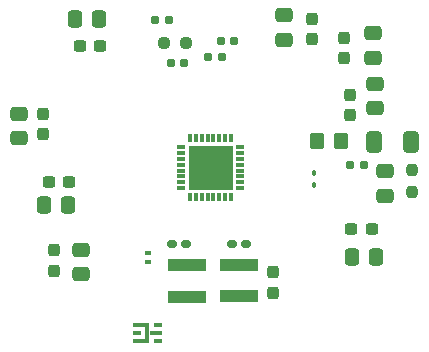
<source format=gtp>
G04 #@! TF.GenerationSoftware,KiCad,Pcbnew,8.0.0-rc1-6-gb7460f29b4*
G04 #@! TF.CreationDate,2025-03-10T21:44:44+01:00*
G04 #@! TF.ProjectId,LO_daughter,4c4f5f64-6175-4676-9874-65722e6b6963,rev?*
G04 #@! TF.SameCoordinates,Original*
G04 #@! TF.FileFunction,Paste,Top*
G04 #@! TF.FilePolarity,Positive*
%FSLAX46Y46*%
G04 Gerber Fmt 4.6, Leading zero omitted, Abs format (unit mm)*
G04 Created by KiCad (PCBNEW 8.0.0-rc1-6-gb7460f29b4) date 2025-03-10 21:44:44*
%MOMM*%
%LPD*%
G01*
G04 APERTURE LIST*
G04 Aperture macros list*
%AMRoundRect*
0 Rectangle with rounded corners*
0 $1 Rounding radius*
0 $2 $3 $4 $5 $6 $7 $8 $9 X,Y pos of 4 corners*
0 Add a 4 corners polygon primitive as box body*
4,1,4,$2,$3,$4,$5,$6,$7,$8,$9,$2,$3,0*
0 Add four circle primitives for the rounded corners*
1,1,$1+$1,$2,$3*
1,1,$1+$1,$4,$5*
1,1,$1+$1,$6,$7*
1,1,$1+$1,$8,$9*
0 Add four rect primitives between the rounded corners*
20,1,$1+$1,$2,$3,$4,$5,0*
20,1,$1+$1,$4,$5,$6,$7,0*
20,1,$1+$1,$6,$7,$8,$9,0*
20,1,$1+$1,$8,$9,$2,$3,0*%
G04 Aperture macros list end*
%ADD10RoundRect,0.237500X-0.237500X0.250000X-0.237500X-0.250000X0.237500X-0.250000X0.237500X0.250000X0*%
%ADD11R,1.065000X0.360000*%
%ADD12R,0.710000X0.360000*%
%ADD13R,0.410000X1.780000*%
%ADD14RoundRect,0.237500X-0.237500X0.300000X-0.237500X-0.300000X0.237500X-0.300000X0.237500X0.300000X0*%
%ADD15R,3.180000X1.040000*%
%ADD16RoundRect,0.250000X0.337500X0.475000X-0.337500X0.475000X-0.337500X-0.475000X0.337500X-0.475000X0*%
%ADD17RoundRect,0.090000X0.090000X-0.139000X0.090000X0.139000X-0.090000X0.139000X-0.090000X-0.139000X0*%
%ADD18RoundRect,0.250000X-0.337500X-0.475000X0.337500X-0.475000X0.337500X0.475000X-0.337500X0.475000X0*%
%ADD19RoundRect,0.160000X0.222500X0.160000X-0.222500X0.160000X-0.222500X-0.160000X0.222500X-0.160000X0*%
%ADD20RoundRect,0.250000X-0.475000X0.337500X-0.475000X-0.337500X0.475000X-0.337500X0.475000X0.337500X0*%
%ADD21RoundRect,0.237500X-0.300000X-0.237500X0.300000X-0.237500X0.300000X0.237500X-0.300000X0.237500X0*%
%ADD22RoundRect,0.237500X-0.250000X-0.237500X0.250000X-0.237500X0.250000X0.237500X-0.250000X0.237500X0*%
%ADD23R,0.500000X0.400000*%
%ADD24RoundRect,0.250000X-0.412500X-0.650000X0.412500X-0.650000X0.412500X0.650000X-0.412500X0.650000X0*%
%ADD25RoundRect,0.160000X-0.222500X-0.160000X0.222500X-0.160000X0.222500X0.160000X-0.222500X0.160000X0*%
%ADD26RoundRect,0.160000X0.197500X0.160000X-0.197500X0.160000X-0.197500X-0.160000X0.197500X-0.160000X0*%
%ADD27RoundRect,0.237500X0.300000X0.237500X-0.300000X0.237500X-0.300000X-0.237500X0.300000X-0.237500X0*%
%ADD28RoundRect,0.155000X-0.212500X-0.155000X0.212500X-0.155000X0.212500X0.155000X-0.212500X0.155000X0*%
%ADD29RoundRect,0.155000X0.212500X0.155000X-0.212500X0.155000X-0.212500X-0.155000X0.212500X-0.155000X0*%
%ADD30R,0.800000X0.300000*%
%ADD31R,0.300000X0.800000*%
%ADD32R,3.750000X3.750000*%
%ADD33RoundRect,0.250000X0.475000X-0.337500X0.475000X0.337500X-0.475000X0.337500X-0.475000X-0.337500X0*%
%ADD34RoundRect,0.250000X0.350000X0.450000X-0.350000X0.450000X-0.350000X-0.450000X0.350000X-0.450000X0*%
%ADD35RoundRect,0.237500X0.237500X-0.300000X0.237500X0.300000X-0.237500X0.300000X-0.237500X-0.300000X0*%
G04 APERTURE END LIST*
D10*
X172030000Y-95387500D03*
X172030000Y-97212500D03*
D11*
X148903000Y-109900000D03*
D12*
X148725000Y-109190000D03*
D11*
X148903000Y-108480000D03*
D12*
X150555000Y-108480000D03*
D11*
X150377000Y-109190000D03*
D12*
X150555000Y-109900000D03*
D13*
X149640000Y-109190000D03*
D14*
X140797500Y-90620000D03*
X140797500Y-92345000D03*
D15*
X157420000Y-103410000D03*
X157420000Y-106090000D03*
D16*
X142935000Y-98377500D03*
X140860000Y-98377500D03*
D17*
X163710000Y-96650000D03*
X163710000Y-95617500D03*
D18*
X143492500Y-82560000D03*
X145567500Y-82560000D03*
D15*
X152960000Y-103430000D03*
X152960000Y-106110000D03*
D18*
X166952500Y-102740000D03*
X169027500Y-102740000D03*
D19*
X152902500Y-101640000D03*
X151757500Y-101640000D03*
D20*
X144050000Y-102142500D03*
X144050000Y-104217500D03*
D21*
X143907500Y-84870000D03*
X145632500Y-84870000D03*
D22*
X151057500Y-84630000D03*
X152882500Y-84630000D03*
D20*
X138757500Y-90615000D03*
X138757500Y-92690000D03*
D14*
X141740000Y-102175000D03*
X141740000Y-103900000D03*
D23*
X149660000Y-103190000D03*
X149660000Y-102390000D03*
D24*
X168867500Y-92980000D03*
X171992500Y-92980000D03*
D25*
X156827500Y-101670000D03*
X157972500Y-101670000D03*
D26*
X167997500Y-94990000D03*
X166802500Y-94990000D03*
D27*
X143030000Y-96417500D03*
X141305000Y-96417500D03*
D14*
X166810000Y-89017500D03*
X166810000Y-90742500D03*
D20*
X161240000Y-82272500D03*
X161240000Y-84347500D03*
D14*
X160320000Y-104057500D03*
X160320000Y-105782500D03*
D21*
X166907500Y-100410000D03*
X168632500Y-100410000D03*
D28*
X150302500Y-82710000D03*
X151437500Y-82710000D03*
D29*
X156997500Y-84420000D03*
X155862500Y-84420000D03*
D30*
X152490000Y-93430000D03*
X152490000Y-93930000D03*
X152490000Y-94430000D03*
X152490000Y-94930000D03*
X152490000Y-95430000D03*
X152490000Y-95930000D03*
X152490000Y-96430000D03*
X152490000Y-96930000D03*
D31*
X153240000Y-97680000D03*
X153740000Y-97680000D03*
X154240000Y-97680000D03*
X154740000Y-97680000D03*
X155240000Y-97680000D03*
X155740000Y-97680000D03*
X156240000Y-97680000D03*
X156740000Y-97680000D03*
D30*
X157490000Y-96930000D03*
X157490000Y-96430000D03*
X157490000Y-95930000D03*
X157490000Y-95430000D03*
X157490000Y-94930000D03*
X157490000Y-94430000D03*
X157490000Y-93930000D03*
X157490000Y-93430000D03*
D31*
X156740000Y-92680000D03*
X156240000Y-92680000D03*
X155740000Y-92680000D03*
X155240000Y-92680000D03*
X154740000Y-92680000D03*
X154240000Y-92680000D03*
X153740000Y-92680000D03*
X153240000Y-92680000D03*
D32*
X154990000Y-95180000D03*
D28*
X154802500Y-85850000D03*
X155937500Y-85850000D03*
D33*
X168760000Y-85877500D03*
X168760000Y-83802500D03*
D14*
X163570000Y-82557500D03*
X163570000Y-84282500D03*
D20*
X169800000Y-95502500D03*
X169800000Y-97577500D03*
X168950000Y-88062500D03*
X168950000Y-90137500D03*
D34*
X166000000Y-92890000D03*
X164000000Y-92890000D03*
D35*
X166332500Y-85912500D03*
X166332500Y-84187500D03*
D28*
X151612500Y-86280000D03*
X152747500Y-86280000D03*
M02*

</source>
